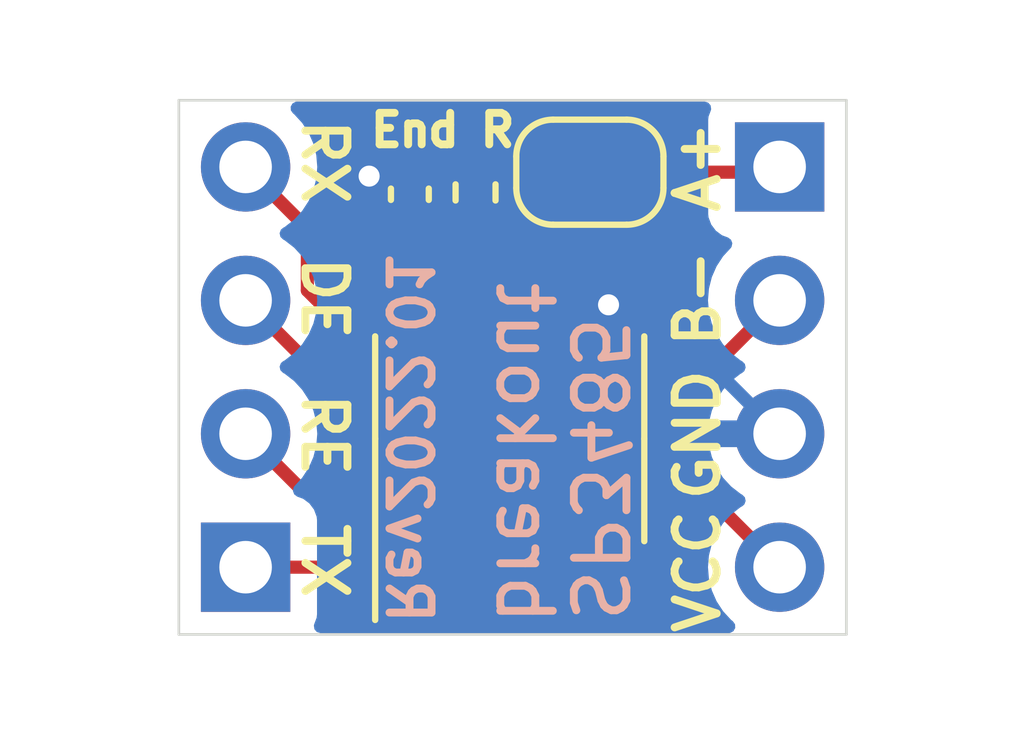
<source format=kicad_pcb>
(kicad_pcb (version 20221018) (generator pcbnew)
  (layers (0 "F.Cu" signal) (31 "B.Cu" signal) (34 "B.Paste" user) (35 "F.Paste" user) (36 "B.SilkS" user "B.Silkscreen") (37 "F.SilkS" user "F.Silkscreen") (38 "B.Mask" user) (39 "F.Mask" user) (44 "Edge.Cuts" user))
  (net 0 "")
  (net 1 "/DI")
  (net 2 "/DE")
  (net 3 "/RE")
  (net 4 "/RO")
  (net 5 "VCC")
  (net 6 "GND")
  (net 7 "/B")
  (net 8 "/A")
  (net 9 "Net-(JP1-Pad2)")
  (footprint "my-kicad-footprints:Pin_1x04_P2.54mm_nosilk" (layer "F.Cu") (at 148 82.62 180)
    (fp_text reference "J1" hide)
    (fp_text value "Conn_01x04")
    (pad "1" thru_hole rect (at 0 0 180) (size 1.7 1.7) (drill 1) (layers "*.Cu" "*.Mask") (net 4 "/RO"))
    (pad "2" thru_hole oval (at 0 2.54 180) (size 1.7 1.7) (drill 1) (layers "*.Cu" "*.Mask") (net 3 "/RE"))
    (pad "3" thru_hole oval (at 0 5.08 180) (size 1.7 1.7) (drill 1) (layers "*.Cu" "*.Mask") (net 2 "/DE"))
    (pad "4" thru_hole oval (at 0 7.62 180) (size 1.7 1.7) (drill 1) (layers "*.Cu" "*.Mask") (net 1 "/DI"))
  )
  (footprint "my-kicad-footprints:Pin_1x04_P2.54mm_nosilk" (layer "F.Cu") (at 158.16 75)
    (fp_text reference "J2" hide)
    (fp_text value "Conn_01x04")
    (pad "1" thru_hole rect (at 0 0) (size 1.7 1.7) (drill 1) (layers "*.Cu" "*.Mask") (net 8 "/A"))
    (pad "2" thru_hole oval (at 0 2.54) (size 1.7 1.7) (drill 1) (layers "*.Cu" "*.Mask") (net 7 "/B"))
    (pad "3" thru_hole oval (at 0 5.08) (size 1.7 1.7) (drill 1) (layers "*.Cu" "*.Mask") (net 6 "GND"))
    (pad "4" thru_hole oval (at 0 7.62) (size 1.7 1.7) (drill 1) (layers "*.Cu" "*.Mask") (net 5 "VCC"))
  )
  (footprint "Resistor_SMD:R_0402_1005Metric" (layer "F.Cu") (at 152.375 75.485 -90)
    (fp_text reference "R1" hide)
    (fp_text value "220")
    (fp_line (start -0.153641 -0.38) (end 0.153641 -0.38) (stroke (width 0.12)) (layer "F.SilkS"))
    (fp_line (start -0.153641 0.38) (end 0.153641 0.38) (stroke (width 0.12)) (layer "F.SilkS"))
    (pad "1" smd roundrect (at -0.51 0 270) (size 0.54 0.64) (layers "F.Cu" "F.Paste" "F.Mask") (net 9 "Net-(JP1-Pad2)"))
    (pad "2" smd roundrect (at 0.51 0 270) (size 0.54 0.64) (layers "F.Cu" "F.Paste" "F.Mask") (net 7 "/B"))
  )
  (footprint "Package_SO:SOIC-8_3.9x4.9mm_P1.27mm" (layer "F.Cu") (at 153.025 80.175 90)
    (fp_text reference "U1" hide)
    (fp_text value "SP3485CN")
    (fp_line (start 0 -2.56) (end -3.45 -2.56) (stroke (width 0.12)) (layer "F.SilkS"))
    (fp_line (start 0 -2.56) (end 1.95 -2.56) (stroke (width 0.12)) (layer "F.SilkS"))
    (fp_line (start 0 2.56) (end -1.95 2.56) (stroke (width 0.12)) (layer "F.SilkS"))
    (fp_line (start 0 2.56) (end 1.95 2.56) (stroke (width 0.12)) (layer "F.SilkS"))
    (pad "1" smd roundrect (at -2.475 -1.905 90) (size 1.95 0.6) (layers "F.Cu" "F.Paste" "F.Mask") (net 4 "/RO"))
    (pad "2" smd roundrect (at -2.475 -0.635 90) (size 1.95 0.6) (layers "F.Cu" "F.Paste" "F.Mask") (net 3 "/RE"))
    (pad "3" smd roundrect (at -2.475 0.635 90) (size 1.95 0.6) (layers "F.Cu" "F.Paste" "F.Mask") (net 2 "/DE"))
    (pad "4" smd roundrect (at -2.475 1.905 90) (size 1.95 0.6) (layers "F.Cu" "F.Paste" "F.Mask") (net 1 "/DI"))
    (pad "5" smd roundrect (at 2.475 1.905 90) (size 1.95 0.6) (layers "F.Cu" "F.Paste" "F.Mask") (net 6 "GND"))
    (pad "6" smd roundrect (at 2.475 0.635 90) (size 1.95 0.6) (layers "F.Cu" "F.Paste" "F.Mask") (net 8 "/A"))
    (pad "7" smd roundrect (at 2.475 -0.635 90) (size 1.95 0.6) (layers "F.Cu" "F.Paste" "F.Mask") (net 7 "/B"))
    (pad "8" smd roundrect (at 2.475 -1.905 90) (size 1.95 0.6) (layers "F.Cu" "F.Paste" "F.Mask") (net 5 "VCC"))
  )
  (footprint "my-kicad-footprints:SolderJumper-2_P1.3mm_Bridged_RoundedPad1.0x1.5mm" (layer "F.Cu") (at 154.55 75.1 180)
    (fp_text reference "JP1" hide)
    (fp_text value "Bridged")
    (fp_poly (pts (xy 0.25 -0.15748) (xy -0.25 -0.15748) (xy -0.25 0.127) (xy 0.25 0.127)) (fill solid) (layer "F.Cu"))
    (fp_line (start -1.4 0.3) (end -1.4 -0.3) (stroke (width 0.12)) (layer "F.SilkS"))
    (fp_line (start -0.7 -1) (end 0.7 -1) (stroke (width 0.12)) (layer "F.SilkS"))
    (fp_line (start 0.7 1) (end -0.7 1) (stroke (width 0.12)) (layer "F.SilkS"))
    (fp_line (start 1.4 -0.3) (end 1.4 0.3) (stroke (width 0.12)) (layer "F.SilkS"))
    (fp_arc (start -1.4 -0.3) (mid -1.194975 -0.794975) (end -0.7 -1) (stroke (width 0.12)) (layer "F.SilkS"))
    (fp_arc (start -0.7 1) (mid -1.194975 0.794975) (end -1.4 0.3) (stroke (width 0.12)) (layer "F.SilkS"))
    (fp_arc (start 0.7 -1) (mid 1.194975 -0.794975) (end 1.4 -0.3) (stroke (width 0.12)) (layer "F.SilkS"))
    (fp_arc (start 1.4 0.3) (mid 1.194975 0.794975) (end 0.7 1) (stroke (width 0.12)) (layer "F.SilkS"))
    (pad "1" smd custom (at -0.65 0 180) (size 1 0.5) (layers "F.Cu" "F.Mask") (net 8 "/A") (options (clearance outline) (anchor rect)) (primitives (gr_circle (center 0 0.25) (end 0.5 0.25) (width 0) (fill yes)) (gr_circle (center 0 -0.25) (end 0.5 -0.25) (width 0) (fill yes)) (gr_poly (pts (xy 0 -0.75) (xy 0.5 -0.75) (xy 0.5 0.75) (xy 0 0.75)) (width 0) (fill yes))))
    (pad "2" smd custom (at 0.65 0 180) (size 1 0.5) (layers "F.Cu" "F.Mask") (net 9 "Net-(JP1-Pad2)") (options (clearance outline) (anchor rect)) (primitives (gr_circle (center 0 0.25) (end 0.5 0.25) (width 0) (fill yes)) (gr_circle (center 0 -0.25) (end 0.5 -0.25) (width 0) (fill yes)) (gr_poly (pts (xy 0 -0.75) (xy -0.5 -0.75) (xy -0.5 0.75) (xy 0 0.75)) (width 0) (fill yes))))
  )
  (footprint "Capacitor_SMD:C_0402_1005Metric" (layer "F.Cu") (at 151.125 75.52 90)
    (fp_text reference "C1" hide)
    (fp_text value "0.1u")
    (fp_line (start -0.107836 -0.36) (end 0.107836 -0.36) (stroke (width 0.12)) (layer "F.SilkS"))
    (fp_line (start -0.107836 0.36) (end 0.107836 0.36) (stroke (width 0.12)) (layer "F.SilkS"))
    (pad "1" smd roundrect (at -0.48 0 90) (size 0.56 0.62) (layers "F.Cu" "F.Paste" "F.Mask") (net 5 "VCC"))
    (pad "2" smd roundrect (at 0.48 0 90) (size 0.56 0.62) (layers "F.Cu" "F.Paste" "F.Mask") (net 6 "GND"))
  )
  (gr_line (start 159.43 73.73) (end 146.73 73.73) (stroke (width 0.05)) (layer "Edge.Cuts"))
  (gr_line (start 159.43 83.9) (end 159.43 73.73) (stroke (width 0.05)) (layer "Edge.Cuts"))
  (gr_line (start 146.73 83.9) (end 159.43 83.9) (stroke (width 0.05)) (layer "Edge.Cuts"))
  (gr_line (start 146.73 73.73) (end 146.73 83.9) (stroke (width 0.05)) (layer "Edge.Cuts"))
  (gr_text "breakout" (at 153.3 80.45 270) (layer "B.SilkS") (effects (font (size 1 1)) (justify mirror)))
  (gr_text "Rev2022.01" (at 151.1 80.15 -90) (layer "B.SilkS") (effects (font (size 0.8 0.8)) (justify mirror)))
  (gr_text "SP3485" (at 154.7 80.75 270) (layer "B.SilkS") (effects (font (size 1 1)) (justify mirror)))
  (gr_text "RE" (at 149.5 80.1 270) (layer "F.SilkS") (effects (font (size 0.8 0.8))))
  (gr_text "B-" (at 156.6 77.5 90) (layer "F.SilkS") (effects (font (size 0.8 0.8))))
  (gr_text "VCC" (at 156.6 82.7 90) (layer "F.SilkS") (effects (font (size 0.8 0.8))))
  (gr_text "TX" (at 149.5 82.5 270) (layer "F.SilkS") (effects (font (size 0.8 0.8))))
  (gr_text "A+" (at 156.6 75 90) (layer "F.SilkS") (effects (font (size 0.8 0.8))))
  (gr_text "End R" (at 151.75 74.3) (layer "F.SilkS") (effects (font (size 0.6 0.6))))
  (gr_text "DE" (at 149.5 77.5 270) (layer "F.SilkS") (effects (font (size 0.8 0.8))))
  (gr_text "GND" (at 156.6 80.1 90) (layer "F.SilkS") (effects (font (size 0.8 0.8))))
  (gr_text "RX" (at 149.5 74.9 270) (layer "F.SilkS") (effects (font (size 0.8 0.8))))
  (segment (start 152.906748 80.19998) (end 154.905 82.198232) (width 0.25) (layer "F.Cu") (net 1))
  (segment (start 148 75) (end 149.175001 76.175001) (width 0.25) (layer "F.Cu") (net 1))
  (segment (start 149.175001 77.351769) (end 152.023212 80.19998) (width 0.25) (layer "F.Cu") (net 1))
  (segment (start 152.023212 80.19998) (end 152.906748 80.19998) (width 0.25) (layer "F.Cu") (net 1))
  (segment (start 149.175001 76.175001) (end 149.175001 77.351769) (width 0.25) (layer "F.Cu") (net 1))
  (segment (start 154.905 82.198232) (end 154.905 82.575) (width 0.25) (layer "F.Cu") (net 1))
  (segment (start 153.635 81.6) (end 153.635 82.575) (width 0.25) (layer "F.Cu") (net 2))
  (segment (start 151.10999 80.64999) (end 152.68499 80.64999) (width 0.25) (layer "F.Cu") (net 2))
  (segment (start 152.68499 80.64999) (end 153.635 81.6) (width 0.25) (layer "F.Cu") (net 2))
  (segment (start 148 77.54) (end 151.10999 80.64999) (width 0.25) (layer "F.Cu") (net 2))
  (segment (start 151.865 81.1) (end 152.365 81.6) (width 0.25) (layer "F.Cu") (net 3))
  (segment (start 152.365 81.6) (end 152.365 82.575) (width 0.25) (layer "F.Cu") (net 3))
  (segment (start 148 80.08) (end 149.02 81.1) (width 0.25) (layer "F.Cu") (net 3))
  (segment (start 149.02 81.1) (end 151.865 81.1) (width 0.25) (layer "F.Cu") (net 3))
  (segment (start 151.05 82.62) (end 151.095 82.575) (width 0.25) (layer "F.Cu") (net 4))
  (segment (start 148 82.62) (end 151.05 82.62) (width 0.25) (layer "F.Cu") (net 4))
  (segment (start 155.289971 79.749971) (end 152.244971 79.749971) (width 0.25) (layer "F.Cu") (net 5))
  (segment (start 152.244971 79.749971) (end 151.095 78.6) (width 0.25) (layer "F.Cu") (net 5))
  (segment (start 151.12 77.7) (end 151.12 76.005) (width 0.25) (layer "F.Cu") (net 5))
  (segment (start 151.095 78.6) (end 151.095 77.625) (width 0.25) (layer "F.Cu") (net 5))
  (segment (start 151.12 76.005) (end 151.125 76) (width 0.25) (layer "F.Cu") (net 5))
  (segment (start 158.16 82.62) (end 155.289971 79.749971) (width 0.25) (layer "F.Cu") (net 5))
  (segment (start 150.485 75.04) (end 150.35 75.175) (width 0.25) (layer "F.Cu") (net 6))
  (segment (start 151.125 75.04) (end 150.485 75.04) (width 0.25) (layer "F.Cu") (net 6))
  (via (at 150.35 75.175) (size 0.8) (drill 0.4) (layers "F.Cu" "B.Cu") (net 6))
  (via (at 154.905 77.625) (size 0.8) (drill 0.4) (layers "F.Cu" "B.Cu") (net 6))
  (segment (start 155.705 77.625) (end 154.905 77.625) (width 0.25) (layer "B.Cu") (net 6))
  (segment (start 158.16 80.08) (end 155.705 77.625) (width 0.25) (layer "B.Cu") (net 6))
  (segment (start 153.288242 78.92501) (end 152.365 78.001768) (width 0.25) (layer "F.Cu") (net 7))
  (segment (start 156.77499 78.92501) (end 153.288242 78.92501) (width 0.25) (layer "F.Cu") (net 7))
  (segment (start 152.39 77.7) (end 152.39 76.01) (width 0.25) (layer "F.Cu") (net 7))
  (segment (start 152.39 76.01) (end 152.375 75.995) (width 0.25) (layer "F.Cu") (net 7))
  (segment (start 152.365 78.001768) (end 152.365 77.625) (width 0.25) (layer "F.Cu") (net 7))
  (segment (start 152.365 77.057478) (end 152.365 77.625) (width 0.25) (layer "F.Cu") (net 7))
  (segment (start 158.16 77.54) (end 156.77499 78.92501) (width 0.25) (layer "F.Cu") (net 7))
  (segment (start 155.2 75.1) (end 158.06 75.1) (width 0.25) (layer "F.Cu") (net 8))
  (segment (start 158.06 75.1) (end 158.16 75) (width 0.25) (layer "F.Cu") (net 8))
  (segment (start 155.2 75.509636) (end 155.2 75.1) (width 0.25) (layer "F.Cu") (net 8))
  (segment (start 153.635 77.625) (end 153.635 77.074636) (width 0.25) (layer "F.Cu") (net 8))
  (segment (start 153.635 77.074636) (end 155.2 75.509636) (width 0.25) (layer "F.Cu") (net 8))
  (segment (start 152.375 74.975) (end 153.775 74.975) (width 0.25) (layer "F.Cu") (net 9))
  (segment (start 153.775 74.975) (end 153.9 75.1) (width 0.25) (layer "F.Cu") (net 9))
  (zone (net 6) (net_name "GND") (layer "B.Cu") (connect_pads (clearance 0.508)) (min_thickness 0.254) (fill yes (thermal_gap 0.508) (thermal_bridge_width 0.508))
    (polygon (pts (xy 159.4 83.9) (xy 146.7 83.9) (xy 146.7 73.7) (xy 159.4 73.7)))
  )
)
</source>
